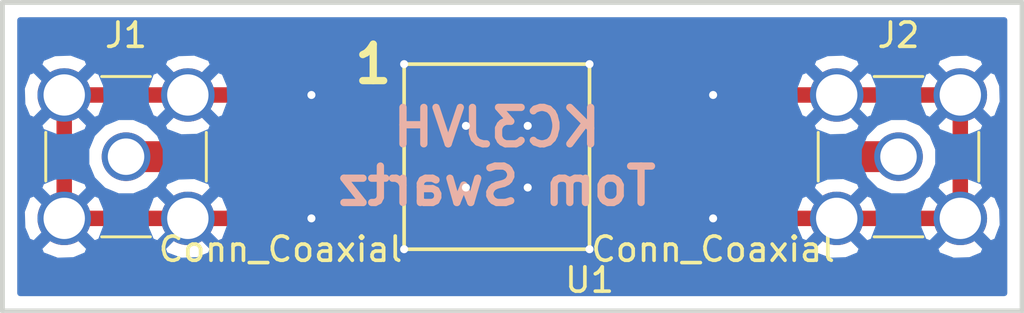
<source format=kicad_pcb>
(kicad_pcb (version 20171130) (host pcbnew 5.1.4)

  (general
    (thickness 1.6)
    (drawings 6)
    (tracks 44)
    (zones 0)
    (modules 3)
    (nets 4)
  )

  (page A4)
  (layers
    (0 F.Cu signal)
    (31 B.Cu signal)
    (32 B.Adhes user)
    (33 F.Adhes user)
    (34 B.Paste user)
    (35 F.Paste user)
    (36 B.SilkS user)
    (37 F.SilkS user)
    (38 B.Mask user)
    (39 F.Mask user)
    (40 Dwgs.User user)
    (41 Cmts.User user)
    (42 Eco1.User user)
    (43 Eco2.User user)
    (44 Edge.Cuts user)
    (45 Margin user)
    (46 B.CrtYd user)
    (47 F.CrtYd user)
    (48 B.Fab user)
    (49 F.Fab user)
  )

  (setup
    (last_trace_width 0.254)
    (trace_clearance 0.254)
    (zone_clearance 0.508)
    (zone_45_only no)
    (trace_min 0.254)
    (segment_width 0.2)
    (edge_width 0.15)
    (via_size 0.6858)
    (via_drill 0.3302)
    (via_min_size 0.254)
    (via_min_drill 0.13)
    (uvia_size 0.3)
    (uvia_drill 0.1)
    (uvias_allowed no)
    (uvia_min_size 0.2)
    (uvia_min_drill 0.1)
    (pcb_text_width 0.3)
    (pcb_text_size 1.5 1.5)
    (mod_edge_width 0.15)
    (mod_text_size 1 1)
    (mod_text_width 0.15)
    (pad_size 1.524 1.524)
    (pad_drill 0.762)
    (pad_to_mask_clearance 0.2)
    (aux_axis_origin 0 0)
    (visible_elements FFFFFF7F)
    (pcbplotparams
      (layerselection 0x010f0_ffffffff)
      (usegerberextensions false)
      (usegerberattributes true)
      (usegerberadvancedattributes false)
      (creategerberjobfile false)
      (excludeedgelayer true)
      (linewidth 0.150000)
      (plotframeref false)
      (viasonmask false)
      (mode 1)
      (useauxorigin true)
      (hpglpennumber 1)
      (hpglpenspeed 20)
      (hpglpendiameter 15.000000)
      (psnegative false)
      (psa4output false)
      (plotreference true)
      (plotvalue true)
      (plotinvisibletext false)
      (padsonsilk false)
      (subtractmaskfromsilk true)
      (outputformat 1)
      (mirror false)
      (drillshape 0)
      (scaleselection 1)
      (outputdirectory "Gerbers/"))
  )

  (net 0 "")
  (net 1 "Net-(J1-Pad1)")
  (net 2 GND)
  (net 3 "Net-(J2-Pad1)")

  (net_class Default "This is the default net class."
    (clearance 0.254)
    (trace_width 0.254)
    (via_dia 0.6858)
    (via_drill 0.3302)
    (uvia_dia 0.3)
    (uvia_drill 0.1)
    (add_net GND)
    (add_net "Net-(J1-Pad1)")
    (add_net "Net-(J2-Pad1)")
  )

  (module Connectors:SMA_THT_Jack_Straight (layer F.Cu) (tedit 5B7C9061) (tstamp 5B7C8104)
    (at 95.25 63.5)
    (descr "SMA pcb through hole jack")
    (tags "SMA THT Jack Straight")
    (path /5B7C5807)
    (fp_text reference J1 (at 0 -5) (layer F.SilkS)
      (effects (font (size 1 1) (thickness 0.15)))
    )
    (fp_text value Conn_Coaxial (at 6.35 3.81) (layer F.SilkS)
      (effects (font (size 1 1) (thickness 0.15)))
    )
    (fp_line (start 2.03 3.05) (end 3.05 3.05) (layer F.Fab) (width 0.1))
    (fp_line (start 3.05 2.03) (end 3.05 3.05) (layer F.Fab) (width 0.1))
    (fp_line (start -3.05 3.05) (end -3.05 2.03) (layer F.Fab) (width 0.1))
    (fp_line (start -3.05 3.05) (end -2.03 3.05) (layer F.Fab) (width 0.1))
    (fp_line (start -3.05 -3.05) (end -2.03 -3.05) (layer F.Fab) (width 0.1))
    (fp_line (start -3.05 -3.05) (end -3.05 -2.03) (layer F.Fab) (width 0.1))
    (fp_line (start 3.05 -3.05) (end 3.05 -2.03) (layer F.Fab) (width 0.1))
    (fp_circle (center 0 0) (end 0.635 0) (layer F.Fab) (width 0.1))
    (fp_circle (center 0 0) (end 2.04 0) (layer F.Fab) (width 0.1))
    (fp_line (start 4.14 4.14) (end -4.14 4.14) (layer F.CrtYd) (width 0.05))
    (fp_line (start 4.14 4.14) (end 4.14 -4.14) (layer F.CrtYd) (width 0.05))
    (fp_line (start -4.14 -4.14) (end -4.14 4.14) (layer F.CrtYd) (width 0.05))
    (fp_line (start -4.14 -4.14) (end 4.14 -4.14) (layer F.CrtYd) (width 0.05))
    (fp_line (start 2.03 2.03) (end 2.03 3.05) (layer F.Fab) (width 0.1))
    (fp_line (start 3.05 2.03) (end 2.03 2.03) (layer F.Fab) (width 0.1))
    (fp_line (start 2.03 -2.03) (end 3.05 -2.03) (layer F.Fab) (width 0.1))
    (fp_line (start 2.03 -3.05) (end 2.03 -2.03) (layer F.Fab) (width 0.1))
    (fp_line (start -3.05 2.03) (end -2.03 2.03) (layer F.Fab) (width 0.1))
    (fp_line (start -2.03 2.03) (end -2.03 3.05) (layer F.Fab) (width 0.1))
    (fp_line (start -3.05 -2.03) (end -2.03 -2.03) (layer F.Fab) (width 0.1))
    (fp_line (start -2.03 -3.05) (end -2.03 -2.03) (layer F.Fab) (width 0.1))
    (fp_line (start -3.17 -3.17) (end 3.17 -3.17) (layer F.Fab) (width 0.1))
    (fp_line (start -3.17 -3.17) (end -3.17 3.17) (layer F.Fab) (width 0.1))
    (fp_line (start -3.17 3.17) (end 3.17 3.17) (layer F.Fab) (width 0.1))
    (fp_line (start 3.17 -3.17) (end 3.17 3.17) (layer F.Fab) (width 0.1))
    (fp_line (start -3.3 -1) (end -3.3 1) (layer F.SilkS) (width 0.12))
    (fp_line (start 3.3 -1) (end 3.3 1) (layer F.SilkS) (width 0.12))
    (fp_text user %R (at 0 -5) (layer F.Fab)
      (effects (font (size 1 1) (thickness 0.15)))
    )
    (fp_line (start -1 3.3) (end 1 3.3) (layer F.SilkS) (width 0.12))
    (fp_line (start -1 -3.3) (end 1 -3.3) (layer F.SilkS) (width 0.12))
    (fp_line (start 2.03 -3.05) (end 3.05 -3.05) (layer F.Fab) (width 0.1))
    (pad 1 thru_hole circle (at 0 0) (size 2 2) (drill 1.5) (layers *.Cu *.Mask)
      (net 1 "Net-(J1-Pad1)"))
    (pad 2 thru_hole circle (at 2.54 2.54) (size 2.2 2.2) (drill 1.7) (layers *.Cu *.Mask)
      (net 2 GND))
    (pad 2 thru_hole circle (at 2.54 -2.54) (size 2.2 2.2) (drill 1.7) (layers *.Cu *.Mask)
      (net 2 GND))
    (pad 2 thru_hole circle (at -2.54 -2.54) (size 2.2 2.2) (drill 1.7) (layers *.Cu *.Mask)
      (net 2 GND))
    (pad 2 thru_hole circle (at -2.54 2.54) (size 2.2 2.2) (drill 1.7) (layers *.Cu *.Mask)
      (net 2 GND))
  )

  (module Connectors:SMA_THT_Jack_Straight (layer F.Cu) (tedit 5B7C826A) (tstamp 5B7C812C)
    (at 127 63.5)
    (descr "SMA pcb through hole jack")
    (tags "SMA THT Jack Straight")
    (path /5B7C591A)
    (fp_text reference J2 (at 0 -5) (layer F.SilkS)
      (effects (font (size 1 1) (thickness 0.15)))
    )
    (fp_text value Conn_Coaxial (at -7.62 3.81) (layer F.SilkS)
      (effects (font (size 1 1) (thickness 0.15)))
    )
    (fp_line (start 2.03 -3.05) (end 3.05 -3.05) (layer F.Fab) (width 0.1))
    (fp_line (start -1 -3.3) (end 1 -3.3) (layer F.SilkS) (width 0.12))
    (fp_line (start -1 3.3) (end 1 3.3) (layer F.SilkS) (width 0.12))
    (fp_text user %R (at 0 -5) (layer F.Fab)
      (effects (font (size 1 1) (thickness 0.15)))
    )
    (fp_line (start 3.3 -1) (end 3.3 1) (layer F.SilkS) (width 0.12))
    (fp_line (start -3.3 -1) (end -3.3 1) (layer F.SilkS) (width 0.12))
    (fp_line (start 3.17 -3.17) (end 3.17 3.17) (layer F.Fab) (width 0.1))
    (fp_line (start -3.17 3.17) (end 3.17 3.17) (layer F.Fab) (width 0.1))
    (fp_line (start -3.17 -3.17) (end -3.17 3.17) (layer F.Fab) (width 0.1))
    (fp_line (start -3.17 -3.17) (end 3.17 -3.17) (layer F.Fab) (width 0.1))
    (fp_line (start -2.03 -3.05) (end -2.03 -2.03) (layer F.Fab) (width 0.1))
    (fp_line (start -3.05 -2.03) (end -2.03 -2.03) (layer F.Fab) (width 0.1))
    (fp_line (start -2.03 2.03) (end -2.03 3.05) (layer F.Fab) (width 0.1))
    (fp_line (start -3.05 2.03) (end -2.03 2.03) (layer F.Fab) (width 0.1))
    (fp_line (start 2.03 -3.05) (end 2.03 -2.03) (layer F.Fab) (width 0.1))
    (fp_line (start 2.03 -2.03) (end 3.05 -2.03) (layer F.Fab) (width 0.1))
    (fp_line (start 3.05 2.03) (end 2.03 2.03) (layer F.Fab) (width 0.1))
    (fp_line (start 2.03 2.03) (end 2.03 3.05) (layer F.Fab) (width 0.1))
    (fp_line (start -4.14 -4.14) (end 4.14 -4.14) (layer F.CrtYd) (width 0.05))
    (fp_line (start -4.14 -4.14) (end -4.14 4.14) (layer F.CrtYd) (width 0.05))
    (fp_line (start 4.14 4.14) (end 4.14 -4.14) (layer F.CrtYd) (width 0.05))
    (fp_line (start 4.14 4.14) (end -4.14 4.14) (layer F.CrtYd) (width 0.05))
    (fp_circle (center 0 0) (end 2.04 0) (layer F.Fab) (width 0.1))
    (fp_circle (center 0 0) (end 0.635 0) (layer F.Fab) (width 0.1))
    (fp_line (start 3.05 -3.05) (end 3.05 -2.03) (layer F.Fab) (width 0.1))
    (fp_line (start -3.05 -3.05) (end -3.05 -2.03) (layer F.Fab) (width 0.1))
    (fp_line (start -3.05 -3.05) (end -2.03 -3.05) (layer F.Fab) (width 0.1))
    (fp_line (start -3.05 3.05) (end -2.03 3.05) (layer F.Fab) (width 0.1))
    (fp_line (start -3.05 3.05) (end -3.05 2.03) (layer F.Fab) (width 0.1))
    (fp_line (start 3.05 2.03) (end 3.05 3.05) (layer F.Fab) (width 0.1))
    (fp_line (start 2.03 3.05) (end 3.05 3.05) (layer F.Fab) (width 0.1))
    (pad 2 thru_hole circle (at -2.54 2.54) (size 2.2 2.2) (drill 1.7) (layers *.Cu *.Mask)
      (net 2 GND))
    (pad 2 thru_hole circle (at -2.54 -2.54) (size 2.2 2.2) (drill 1.7) (layers *.Cu *.Mask)
      (net 2 GND))
    (pad 2 thru_hole circle (at 2.54 -2.54) (size 2.2 2.2) (drill 1.7) (layers *.Cu *.Mask)
      (net 2 GND))
    (pad 2 thru_hole circle (at 2.54 2.54) (size 2.2 2.2) (drill 1.7) (layers *.Cu *.Mask)
      (net 2 GND))
    (pad 1 thru_hole circle (at 0 0) (size 2 2) (drill 1.5) (layers *.Cu *.Mask)
      (net 3 "Net-(J2-Pad1)"))
  )

  (module 140bpf:RBP-140+ (layer F.Cu) (tedit 5B7C9150) (tstamp 5B7C916A)
    (at 110.49 63.5 270)
    (path /5B7C61CF)
    (attr smd)
    (fp_text reference U1 (at 5.08 -3.81) (layer F.SilkS)
      (effects (font (size 1 1) (thickness 0.15)))
    )
    (fp_text value RBP-140+ (at -5.08 6.35) (layer F.SilkS) hide
      (effects (font (size 1 1) (thickness 0.15)))
    )
    (fp_line (start -3.81 -3.81) (end -3.81 3.81) (layer F.SilkS) (width 0.15))
    (fp_line (start -3.81 3.81) (end 3.81 3.81) (layer F.SilkS) (width 0.15))
    (fp_line (start 3.81 3.81) (end 3.81 -3.81) (layer F.SilkS) (width 0.15))
    (fp_line (start 3.81 -3.81) (end -3.81 -3.81) (layer F.SilkS) (width 0.15))
    (pad 7 smd rect (at -1.91 -4.065 270) (size 1.02 1.78) (layers F.Cu F.Paste F.Mask)
      (net 2 GND))
    (pad 6 smd rect (at 0 -4.065 270) (size 1.02 1.78) (layers F.Cu F.Paste F.Mask)
      (net 3 "Net-(J2-Pad1)"))
    (pad 5 smd rect (at 1.91 -4.065 270) (size 1.02 1.78) (layers F.Cu F.Paste F.Mask)
      (net 2 GND))
    (pad 4 smd rect (at 4.065 0) (size 1.02 1.78) (layers F.Cu F.Paste F.Mask)
      (net 2 GND))
    (pad 3 smd rect (at 1.91 4.065 90) (size 1.02 1.78) (layers F.Cu F.Paste F.Mask)
      (net 2 GND))
    (pad 2 smd rect (at 0 4.065 270) (size 1.02 1.78) (layers F.Cu F.Paste F.Mask)
      (net 1 "Net-(J1-Pad1)"))
    (pad 1 smd rect (at -1.91 4.065 270) (size 1.02 1.78) (layers F.Cu F.Paste F.Mask)
      (net 2 GND))
    (pad 8 smd rect (at -4.065 0) (size 1.02 1.78) (layers F.Cu F.Paste F.Mask)
      (net 2 GND))
  )

  (gr_text 1 (at 105.41 59.69) (layer F.SilkS)
    (effects (font (size 1.5 1.5) (thickness 0.3)))
  )
  (gr_text "KC3JVH\nTom Swartz" (at 110.49 63.5) (layer B.SilkS)
    (effects (font (size 1.5 1.5) (thickness 0.3)) (justify mirror))
  )
  (gr_line (start 132.08 69.85) (end 90.17 69.85) (layer Edge.Cuts) (width 0.2))
  (gr_line (start 132.08 57.15) (end 132.08 69.85) (layer Edge.Cuts) (width 0.2))
  (gr_line (start 90.17 57.15) (end 132.08 57.15) (layer Edge.Cuts) (width 0.2))
  (gr_line (start 90.17 69.85) (end 90.17 57.15) (layer Edge.Cuts) (width 0.2))

  (segment (start 106.425 63.5) (end 95.25 63.5) (width 1.27) (layer F.Cu) (net 1))
  (via (at 106.68 59.69) (size 0.6858) (drill 0.3302) (layers F.Cu B.Cu) (net 2))
  (via (at 114.3 59.69) (size 0.6858) (drill 0.3302) (layers F.Cu B.Cu) (net 2))
  (via (at 114.3 67.31) (size 0.6858) (drill 0.3302) (layers F.Cu B.Cu) (net 2))
  (via (at 106.68 67.31) (size 0.6858) (drill 0.3302) (layers F.Cu B.Cu) (net 2))
  (segment (start 106.425 59.945) (end 106.425 61.59) (width 0.635) (layer F.Cu) (net 2))
  (segment (start 110.49 59.435) (end 106.935 59.435) (width 0.635) (layer F.Cu) (net 2))
  (segment (start 106.935 59.435) (end 106.425 59.945) (width 0.254) (layer F.Cu) (net 2))
  (segment (start 114.555 59.945) (end 114.555 61.59) (width 0.635) (layer F.Cu) (net 2))
  (segment (start 110.49 59.435) (end 114.045 59.435) (width 0.635) (layer F.Cu) (net 2))
  (segment (start 114.045 59.435) (end 114.555 59.945) (width 0.254) (layer F.Cu) (net 2))
  (segment (start 114.555 67.055) (end 114.555 65.41) (width 0.635) (layer F.Cu) (net 2))
  (segment (start 110.49 67.565) (end 114.045 67.565) (width 0.635) (layer F.Cu) (net 2))
  (segment (start 114.045 67.565) (end 114.555 67.055) (width 0.254) (layer F.Cu) (net 2))
  (segment (start 106.425 67.055) (end 106.425 65.41) (width 0.635) (layer F.Cu) (net 2))
  (segment (start 110.49 67.565) (end 106.935 67.565) (width 0.635) (layer F.Cu) (net 2))
  (segment (start 106.935 67.565) (end 106.425 67.055) (width 0.254) (layer F.Cu) (net 2))
  (via (at 102.87 66.04) (size 0.6858) (drill 0.3302) (layers F.Cu B.Cu) (net 2))
  (via (at 102.87 60.96) (size 0.6858) (drill 0.3302) (layers F.Cu B.Cu) (net 2))
  (via (at 119.38 60.96) (size 0.6858) (drill 0.3302) (layers F.Cu B.Cu) (net 2))
  (via (at 119.38 66.04) (size 0.6858) (drill 0.3302) (layers F.Cu B.Cu) (net 2))
  (segment (start 124.46 60.96) (end 119.38 60.96) (width 0.635) (layer F.Cu) (net 2))
  (segment (start 124.46 66.04) (end 119.38 66.04) (width 0.635) (layer F.Cu) (net 2))
  (segment (start 129.54 66.04) (end 124.46 66.04) (width 0.635) (layer F.Cu) (net 2))
  (segment (start 129.54 66.04) (end 129.54 60.96) (width 0.635) (layer F.Cu) (net 2))
  (segment (start 129.54 60.96) (end 124.46 60.96) (width 0.635) (layer F.Cu) (net 2))
  (segment (start 92.71 60.96) (end 97.79 60.96) (width 0.635) (layer F.Cu) (net 2))
  (segment (start 92.71 60.96) (end 92.71 66.04) (width 0.635) (layer F.Cu) (net 2))
  (segment (start 92.71 66.04) (end 97.79 66.04) (width 0.635) (layer F.Cu) (net 2))
  (segment (start 97.79 66.04) (end 102.87 66.04) (width 0.635) (layer F.Cu) (net 2))
  (segment (start 97.79 60.96) (end 102.87 60.96) (width 0.635) (layer F.Cu) (net 2))
  (segment (start 102.87 66.04) (end 104.14 67.31) (width 0.254) (layer F.Cu) (net 2))
  (segment (start 104.14 67.31) (end 106.68 67.31) (width 0.254) (layer F.Cu) (net 2))
  (segment (start 102.87 60.96) (end 104.14 59.69) (width 0.254) (layer F.Cu) (net 2))
  (segment (start 104.14 59.69) (end 106.68 59.69) (width 0.254) (layer F.Cu) (net 2))
  (segment (start 118.11 59.69) (end 119.38 60.96) (width 0.254) (layer F.Cu) (net 2))
  (segment (start 114.3 59.69) (end 118.11 59.69) (width 0.254) (layer F.Cu) (net 2))
  (segment (start 119.38 66.04) (end 118.11 67.31) (width 0.254) (layer F.Cu) (net 2))
  (segment (start 118.11 67.31) (end 114.3 67.31) (width 0.254) (layer F.Cu) (net 2))
  (via (at 109.22 62.23) (size 0.6858) (drill 0.3302) (layers F.Cu B.Cu) (net 2))
  (via (at 111.76 62.23) (size 0.6858) (drill 0.3302) (layers F.Cu B.Cu) (net 2))
  (via (at 111.76 64.77) (size 0.6858) (drill 0.3302) (layers F.Cu B.Cu) (net 2))
  (via (at 109.22 64.77) (size 0.6858) (drill 0.3302) (layers F.Cu B.Cu) (net 2))
  (segment (start 114.555 63.5) (end 127 63.5) (width 1.27) (layer F.Cu) (net 3))

  (zone (net 2) (net_name GND) (layer B.Cu) (tstamp 5B7C925B) (hatch edge 0.508)
    (connect_pads (clearance 0.508))
    (min_thickness 0.254)
    (fill yes (arc_segments 16) (thermal_gap 0.508) (thermal_bridge_width 0.508))
    (polygon
      (pts
        (xy 90.17 57.15) (xy 90.17 69.85) (xy 132.08 69.85) (xy 132.08 57.15)
      )
    )
    (filled_polygon
      (pts
        (xy 131.345001 69.115) (xy 90.905 69.115) (xy 90.905 67.264868) (xy 91.664737 67.264868) (xy 91.775641 67.542099)
        (xy 92.421593 67.785323) (xy 93.111453 67.762836) (xy 93.644359 67.542099) (xy 93.755263 67.264868) (xy 96.744737 67.264868)
        (xy 96.855641 67.542099) (xy 97.501593 67.785323) (xy 98.191453 67.762836) (xy 98.724359 67.542099) (xy 98.835263 67.264868)
        (xy 123.414737 67.264868) (xy 123.525641 67.542099) (xy 124.171593 67.785323) (xy 124.861453 67.762836) (xy 125.394359 67.542099)
        (xy 125.505263 67.264868) (xy 128.494737 67.264868) (xy 128.605641 67.542099) (xy 129.251593 67.785323) (xy 129.941453 67.762836)
        (xy 130.474359 67.542099) (xy 130.585263 67.264868) (xy 129.54 66.219605) (xy 128.494737 67.264868) (xy 125.505263 67.264868)
        (xy 124.46 66.219605) (xy 123.414737 67.264868) (xy 98.835263 67.264868) (xy 97.79 66.219605) (xy 96.744737 67.264868)
        (xy 93.755263 67.264868) (xy 92.71 66.219605) (xy 91.664737 67.264868) (xy 90.905 67.264868) (xy 90.905 65.751593)
        (xy 90.964677 65.751593) (xy 90.987164 66.441453) (xy 91.207901 66.974359) (xy 91.485132 67.085263) (xy 92.530395 66.04)
        (xy 92.889605 66.04) (xy 93.934868 67.085263) (xy 94.212099 66.974359) (xy 94.455323 66.328407) (xy 94.436521 65.751593)
        (xy 96.044677 65.751593) (xy 96.067164 66.441453) (xy 96.287901 66.974359) (xy 96.565132 67.085263) (xy 97.610395 66.04)
        (xy 97.969605 66.04) (xy 99.014868 67.085263) (xy 99.292099 66.974359) (xy 99.535323 66.328407) (xy 99.516521 65.751593)
        (xy 122.714677 65.751593) (xy 122.737164 66.441453) (xy 122.957901 66.974359) (xy 123.235132 67.085263) (xy 124.280395 66.04)
        (xy 124.639605 66.04) (xy 125.684868 67.085263) (xy 125.962099 66.974359) (xy 126.205323 66.328407) (xy 126.186521 65.751593)
        (xy 127.794677 65.751593) (xy 127.817164 66.441453) (xy 128.037901 66.974359) (xy 128.315132 67.085263) (xy 129.360395 66.04)
        (xy 129.719605 66.04) (xy 130.764868 67.085263) (xy 131.042099 66.974359) (xy 131.285323 66.328407) (xy 131.262836 65.638547)
        (xy 131.042099 65.105641) (xy 130.764868 64.994737) (xy 129.719605 66.04) (xy 129.360395 66.04) (xy 128.315132 64.994737)
        (xy 128.037901 65.105641) (xy 127.794677 65.751593) (xy 126.186521 65.751593) (xy 126.182836 65.638547) (xy 125.962099 65.105641)
        (xy 125.684868 64.994737) (xy 124.639605 66.04) (xy 124.280395 66.04) (xy 123.235132 64.994737) (xy 122.957901 65.105641)
        (xy 122.714677 65.751593) (xy 99.516521 65.751593) (xy 99.512836 65.638547) (xy 99.292099 65.105641) (xy 99.014868 64.994737)
        (xy 97.969605 66.04) (xy 97.610395 66.04) (xy 96.565132 64.994737) (xy 96.287901 65.105641) (xy 96.044677 65.751593)
        (xy 94.436521 65.751593) (xy 94.432836 65.638547) (xy 94.212099 65.105641) (xy 93.934868 64.994737) (xy 92.889605 66.04)
        (xy 92.530395 66.04) (xy 91.485132 64.994737) (xy 91.207901 65.105641) (xy 90.964677 65.751593) (xy 90.905 65.751593)
        (xy 90.905 64.815132) (xy 91.664737 64.815132) (xy 92.71 65.860395) (xy 93.755263 64.815132) (xy 93.644359 64.537901)
        (xy 92.998407 64.294677) (xy 92.308547 64.317164) (xy 91.775641 64.537901) (xy 91.664737 64.815132) (xy 90.905 64.815132)
        (xy 90.905 63.174778) (xy 93.615 63.174778) (xy 93.615 63.825222) (xy 93.863914 64.426153) (xy 94.323847 64.886086)
        (xy 94.924778 65.135) (xy 95.575222 65.135) (xy 96.176153 64.886086) (xy 96.247107 64.815132) (xy 96.744737 64.815132)
        (xy 97.79 65.860395) (xy 98.835263 64.815132) (xy 123.414737 64.815132) (xy 124.46 65.860395) (xy 125.505263 64.815132)
        (xy 125.394359 64.537901) (xy 124.748407 64.294677) (xy 124.058547 64.317164) (xy 123.525641 64.537901) (xy 123.414737 64.815132)
        (xy 98.835263 64.815132) (xy 98.724359 64.537901) (xy 98.078407 64.294677) (xy 97.388547 64.317164) (xy 96.855641 64.537901)
        (xy 96.744737 64.815132) (xy 96.247107 64.815132) (xy 96.636086 64.426153) (xy 96.885 63.825222) (xy 96.885 63.174778)
        (xy 125.365 63.174778) (xy 125.365 63.825222) (xy 125.613914 64.426153) (xy 126.073847 64.886086) (xy 126.674778 65.135)
        (xy 127.325222 65.135) (xy 127.926153 64.886086) (xy 127.997107 64.815132) (xy 128.494737 64.815132) (xy 129.54 65.860395)
        (xy 130.585263 64.815132) (xy 130.474359 64.537901) (xy 129.828407 64.294677) (xy 129.138547 64.317164) (xy 128.605641 64.537901)
        (xy 128.494737 64.815132) (xy 127.997107 64.815132) (xy 128.386086 64.426153) (xy 128.635 63.825222) (xy 128.635 63.174778)
        (xy 128.386086 62.573847) (xy 127.997107 62.184868) (xy 128.494737 62.184868) (xy 128.605641 62.462099) (xy 129.251593 62.705323)
        (xy 129.941453 62.682836) (xy 130.474359 62.462099) (xy 130.585263 62.184868) (xy 129.54 61.139605) (xy 128.494737 62.184868)
        (xy 127.997107 62.184868) (xy 127.926153 62.113914) (xy 127.325222 61.865) (xy 126.674778 61.865) (xy 126.073847 62.113914)
        (xy 125.613914 62.573847) (xy 125.365 63.174778) (xy 96.885 63.174778) (xy 96.636086 62.573847) (xy 96.247107 62.184868)
        (xy 96.744737 62.184868) (xy 96.855641 62.462099) (xy 97.501593 62.705323) (xy 98.191453 62.682836) (xy 98.724359 62.462099)
        (xy 98.835263 62.184868) (xy 123.414737 62.184868) (xy 123.525641 62.462099) (xy 124.171593 62.705323) (xy 124.861453 62.682836)
        (xy 125.394359 62.462099) (xy 125.505263 62.184868) (xy 124.46 61.139605) (xy 123.414737 62.184868) (xy 98.835263 62.184868)
        (xy 97.79 61.139605) (xy 96.744737 62.184868) (xy 96.247107 62.184868) (xy 96.176153 62.113914) (xy 95.575222 61.865)
        (xy 94.924778 61.865) (xy 94.323847 62.113914) (xy 93.863914 62.573847) (xy 93.615 63.174778) (xy 90.905 63.174778)
        (xy 90.905 62.184868) (xy 91.664737 62.184868) (xy 91.775641 62.462099) (xy 92.421593 62.705323) (xy 93.111453 62.682836)
        (xy 93.644359 62.462099) (xy 93.755263 62.184868) (xy 92.71 61.139605) (xy 91.664737 62.184868) (xy 90.905 62.184868)
        (xy 90.905 60.671593) (xy 90.964677 60.671593) (xy 90.987164 61.361453) (xy 91.207901 61.894359) (xy 91.485132 62.005263)
        (xy 92.530395 60.96) (xy 92.889605 60.96) (xy 93.934868 62.005263) (xy 94.212099 61.894359) (xy 94.455323 61.248407)
        (xy 94.436521 60.671593) (xy 96.044677 60.671593) (xy 96.067164 61.361453) (xy 96.287901 61.894359) (xy 96.565132 62.005263)
        (xy 97.610395 60.96) (xy 97.969605 60.96) (xy 99.014868 62.005263) (xy 99.292099 61.894359) (xy 99.535323 61.248407)
        (xy 99.516521 60.671593) (xy 122.714677 60.671593) (xy 122.737164 61.361453) (xy 122.957901 61.894359) (xy 123.235132 62.005263)
        (xy 124.280395 60.96) (xy 124.639605 60.96) (xy 125.684868 62.005263) (xy 125.962099 61.894359) (xy 126.205323 61.248407)
        (xy 126.186521 60.671593) (xy 127.794677 60.671593) (xy 127.817164 61.361453) (xy 128.037901 61.894359) (xy 128.315132 62.005263)
        (xy 129.360395 60.96) (xy 129.719605 60.96) (xy 130.764868 62.005263) (xy 131.042099 61.894359) (xy 131.285323 61.248407)
        (xy 131.262836 60.558547) (xy 131.042099 60.025641) (xy 130.764868 59.914737) (xy 129.719605 60.96) (xy 129.360395 60.96)
        (xy 128.315132 59.914737) (xy 128.037901 60.025641) (xy 127.794677 60.671593) (xy 126.186521 60.671593) (xy 126.182836 60.558547)
        (xy 125.962099 60.025641) (xy 125.684868 59.914737) (xy 124.639605 60.96) (xy 124.280395 60.96) (xy 123.235132 59.914737)
        (xy 122.957901 60.025641) (xy 122.714677 60.671593) (xy 99.516521 60.671593) (xy 99.512836 60.558547) (xy 99.292099 60.025641)
        (xy 99.014868 59.914737) (xy 97.969605 60.96) (xy 97.610395 60.96) (xy 96.565132 59.914737) (xy 96.287901 60.025641)
        (xy 96.044677 60.671593) (xy 94.436521 60.671593) (xy 94.432836 60.558547) (xy 94.212099 60.025641) (xy 93.934868 59.914737)
        (xy 92.889605 60.96) (xy 92.530395 60.96) (xy 91.485132 59.914737) (xy 91.207901 60.025641) (xy 90.964677 60.671593)
        (xy 90.905 60.671593) (xy 90.905 59.735132) (xy 91.664737 59.735132) (xy 92.71 60.780395) (xy 93.755263 59.735132)
        (xy 96.744737 59.735132) (xy 97.79 60.780395) (xy 98.835263 59.735132) (xy 123.414737 59.735132) (xy 124.46 60.780395)
        (xy 125.505263 59.735132) (xy 128.494737 59.735132) (xy 129.54 60.780395) (xy 130.585263 59.735132) (xy 130.474359 59.457901)
        (xy 129.828407 59.214677) (xy 129.138547 59.237164) (xy 128.605641 59.457901) (xy 128.494737 59.735132) (xy 125.505263 59.735132)
        (xy 125.394359 59.457901) (xy 124.748407 59.214677) (xy 124.058547 59.237164) (xy 123.525641 59.457901) (xy 123.414737 59.735132)
        (xy 98.835263 59.735132) (xy 98.724359 59.457901) (xy 98.078407 59.214677) (xy 97.388547 59.237164) (xy 96.855641 59.457901)
        (xy 96.744737 59.735132) (xy 93.755263 59.735132) (xy 93.644359 59.457901) (xy 92.998407 59.214677) (xy 92.308547 59.237164)
        (xy 91.775641 59.457901) (xy 91.664737 59.735132) (xy 90.905 59.735132) (xy 90.905 57.885) (xy 131.345 57.885)
      )
    )
  )
)

</source>
